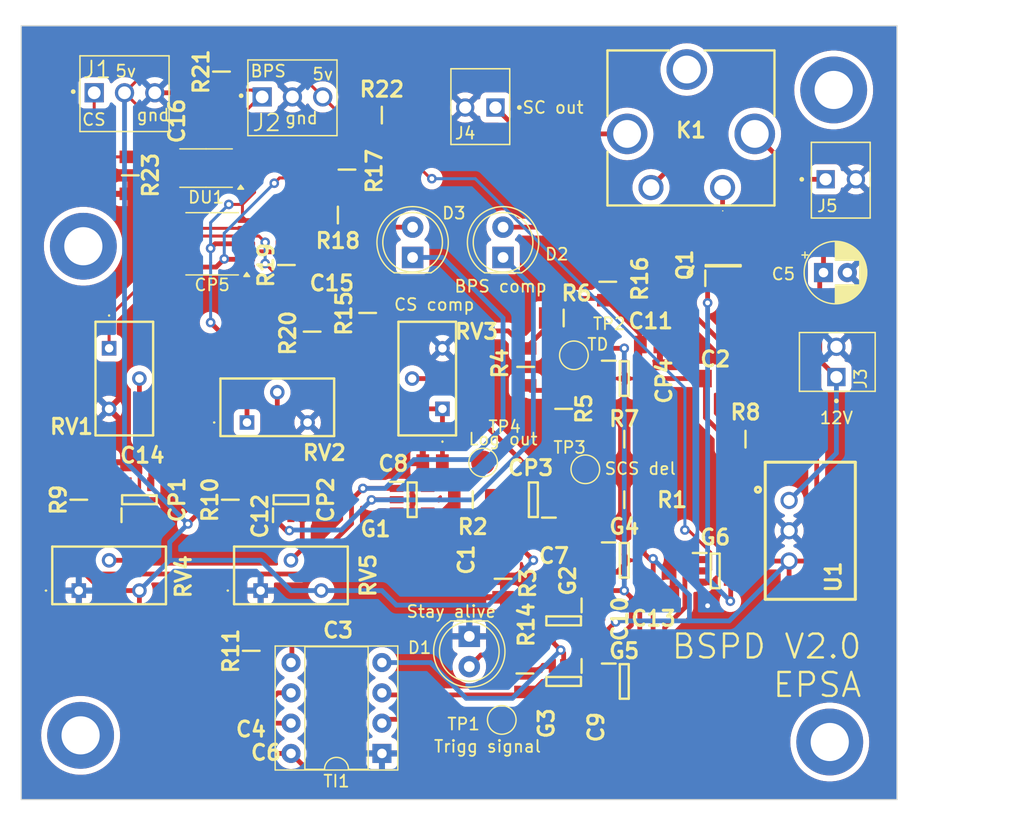
<source format=kicad_pcb>
(kicad_pcb (version 20240108) (generator "pcbnew") (generator_version "8.0")
  (layers (0 "F.Cu" signal) (31 "B.Cu" signal) (34 "B.Paste" user) (35 "F.Paste" user) (36 "B.SilkS" user "B.Silkscreen") (37 "F.SilkS" user "F.Silkscreen") (38 "B.Mask" user) (39 "F.Mask" user) (44 "Edge.Cuts" user))
  (net 0 "")
  (net 1 "Net-(CP3-IN+)")
  (net 2 "0")
  (net 3 "Net-(CP4-IN+)")
  (net 4 "Net-(TI1-CONTROL_VOLTAGE)")
  (net 5 "Net-(TI1-DISCHARGE)")
  (net 6 "Net-(CP1-IN-)")
  (net 7 "Net-(CP1-OUT)")
  (net 8 "Net-(CP1-IN+)")
  (net 9 "+5V")
  (net 10 "Net-(CP2-OUT)")
  (net 11 "Net-(CP2-IN+)")
  (net 12 "Net-(CP2-IN-)")
  (net 13 "Del")
  (net 14 "Net-(CP3-IN-)")
  (net 15 "Trigg")
  (net 16 "Net-(CP4-IN-)")
  (net 17 "Logic out")
  (net 18 "Net-(D1-A)")
  (net 19 "Trigg Signal")
  (net 20 "Net-(D2-A)")
  (net 21 "StayAlive")
  (net 22 "BSPDE")
  (net 23 "Current Sensor IN")
  (net 24 "BPS Signal")
  (net 25 "+12V")
  (net 26 "Net-(D3-A)")
  (net 27 "Net-(K1-Pad1)")
  (net 28 "Net-(G2-Y)")
  (net 29 "Net-(G4-Y)")
  (net 30 "Net-(G6-Y)")
  (net 31 "SCS Compliance")
  (net 32 "Raw Current Sensor")
  (net 33 "Raw BPS Signal")
  (net 34 "SC out")
  (net 35 "SC in")
  (net 37 "GND")
  (net 38 "/0.75V")
  (net 39 "/4.25V")
  (footprint "Package_SO:TSSOP-14_4.4x5mm_P0.65mm" (layer "F.Cu") (at 112.776 69.977 180)
    (property "Reference" "CP5")
    (property "Value" "Opamp_Quad")
  )
  (footprint "EPSA_lib:SOT95P280X145-5N" (layer "F.Cu") (at 142.24 101.6 -90)
    (property "Reference" "G2")
    (property "Value" "Gate NAND SN74AHCT1G00DBVR" (hide yes))
  )
  (footprint "EPSA_lib:CAPC2012X130N" (layer "F.Cu") (at 139.330641 94.192119)
    (property "Reference" "C7")
    (property "Value" "Condensateur 0805Y1000104JXT" (hide yes))
  )
  (footprint "EPSA_lib:SOT95P280X145-5N" (layer "F.Cu") (at 147.32 96.52)
    (property "Reference" "G4")
    (property "Value" "Gate OR SN74AHCT1G32DBVR" (hide yes))
  )
  (footprint "EPSA_lib:MOLEX_22-11-2022" (layer "F.Cu") (at 136.525 58.547 180)
    (property "Reference" "J4")
    (property "Value" "2P Droit 2-11-2022")
  )
  (footprint "" (layer "F.Cu") (at 164.5412 111.76)
    (property "Reference" "")
    (property "Value" "")
  )
  (footprint "EPSA_lib:TSR-0.5-2433" (layer "F.Cu") (at 159.136 88.2915 -90)
    (property "Reference" "U1")
    (property "Value" "Alim LP TSR_0.5-2450" (hide yes))
  )
  (footprint "EPSA_lib:3296Y1223LF" (layer "F.Cu") (at 116.84 99.06 -90)
    (property "Reference" "RV5")
    (property "Value" "Varystor 3296Y-1-223LF" (hide yes))
  )
  (footprint "EPSA_lib:RESC3216X70N" (layer "F.Cu") (at 134.62 91.44)
    (property "Reference" "R2")
    (property "Value" "Résistance RK73H2BLTDD2152F" (hide yes))
  )
  (footprint "" (layer "F.Cu") (at 101.981 70.1802)
    (property "Reference" "")
    (property "Value" "")
  )
  (footprint "EPSA_lib:SOT95P280X145-5N" (layer "F.Cu") (at 147.32 106.68)
    (property "Reference" "G5")
    (property "Value" "Gate NOR SN74AHCT1G02DBVR" (hide yes))
  )
  (footprint "EPSA_lib:RESC3216X70N" (layer "F.Cu") (at 139.052725 80.299257 -90)
    (property "Reference" "R4")
    (property "Value" "Résistance RK73H2BLTDD2152F" (hide yes))
  )
  (footprint "Package_DIP:DIP-8_W7.62mm_Socket" (layer "F.Cu") (at 127.008945 112.718181 180)
    (property "Reference" "TI1")
    (property "Value" "Timer 555 LM555CMX_NOPB")
  )
  (footprint "LED_THT:LED_D5.0mm" (layer "F.Cu") (at 134.330177 102.89618 -90)
    (property "Reference" "D1")
    (property "Value" "LED")
  )
  (footprint "EPSA_lib:RESC3216X70N" (layer "F.Cu") (at 127 59.182)
    (property "Reference" "R22")
    (property "Value" "10k" (hide yes))
  )
  (footprint "EPSA_lib:SOT95P280X145-5N" (layer "F.Cu") (at 142.24 106.68 -90)
    (property "Reference" "G3")
    (property "Value" "Gate NAND SN74AHCT1G00DBVR" (hide yes))
  )
  (footprint "EPSA_lib:SOT95P280X145-5N" (layer "F.Cu") (at 106.68 91.44 90)
    (property "Reference" "CP1")
    (property "Value" "Comparateur TS391ILT" (hide yes))
  )
  (footprint "EPSA_lib:CAPC2012X130N" (layer "F.Cu") (at 144.996793 101.858091 90)
    (property "Reference" "C10")
    (property "Value" "Condensateur 0805Y1000104JXT" (hide yes))
  )
  (footprint "EPSA_lib:CAPC2012X130N" (layer "F.Cu") (at 103.826525 89.121713 90)
    (property "Reference" "C14")
    (property "Value" "Condensateur 0805Y1000104JXT" (hide yes))
  )
  (footprint "EPSA_lib:RESC3216X70N" (layer "F.Cu") (at 147.32 86.36)
    (property "Reference" "R7")
    (property "Value" "Résistance RK73H2BLTDD2152F" (hide yes))
  )
  (footprint "EPSA_lib:CAPC2012X130N" (layer "F.Cu") (at 150.565317 99.377893)
    (property "Reference" "C13")
    (property "Value" "Condensateur 0805Y1000104JXT" (hide yes))
  )
  (footprint "EPSA_lib:SOT95P280X145-5N" (layer "F.Cu") (at 154.94 97.409)
    (property "Reference" "G6")
    (property "Value" "Gate AND SN74AHCT1G08DBVR" (hide yes))
  )
  (footprint "TestPoint:TestPoint_Pad_D2.0mm" (layer "F.Cu") (at 144.055444 88.887924)
    (property "Reference" "TP3")
    (property "Value" "type=\"R\" model=\"TestPoint\" lib=\"\"")
  )
  (footprint "EPSA_lib:RESC3216X70N" (layer "F.Cu") (at 118.999 71.755 90)
    (property "Reference" "R19")
    (property "Value" "12k" (hide yes))
  )
  (footprint "EPSA_lib:CP112V" (layer "F.Cu") (at 155.5585 65.2605 180)
    (property "Reference" "K1")
    (property "Value" "Relais PCB" (hide yes))
  )
  (footprint "EPSA_lib:RESC3216X70N" (layer "F.Cu") (at 125.811056 75.776009 -90)
    (property "Reference" "R15")
    (property "Value" "Résistance RK73H2BLTDD2152F" (hide yes))
  )
  (footprint "EPSA_lib:3296Y1223LF" (layer "F.Cu") (at 104.14 78.74 180)
    (property "Reference" "RV1")
    (property "Value" "Varystor 3296Y-1-223LF" (hide yes))
  )
  (footprint "EPSA_lib:3296Y1223LF" (layer "F.Cu") (at 101.6 99.06 -90)
    (property "Reference" "RV4")
    (property "Value" "Varystor 3296Y-1-223LF" (hide yes))
  )
  (footprint "EPSA_lib:RESC3216X70N" (layer "F.Cu") (at 157.48 86.36 180)
    (property "Reference" "R8")
    (property "Value" "Résistance RK73H2BLTDD2152F" (hide yes))
  )
  (footprint "EPSA_lib:CAPC2012X130N" (layer "F.Cu") (at 149.48666 78.426525)
    (property "Reference" "C11")
    (property "Value" "Condensateur 0805Y1000104JXT" (hide yes))
  )
  (footprint "EPSA_lib:RESC3216X70N" (layer "F.Cu") (at 147.32 91.44)
    (property "Reference" "R1")
    (property "Value" "Résistance RK73H2BLTDD2152F" (hide yes))
  )
  (footprint "EPSA_lib:CAPC2012X130N" (layer "F.Cu") (at 154.94 81.28)
    (property "Reference" "C2")
    (property "Value" "Condensateur 0805Y1000104JXT" (hide yes))
  )
  (footprint "EPSA_lib:CAPC2012X130N" (layer "F.Cu") (at 111.448 59.69 90)
    (property "Reference" "C16")
    (property "Value" "Condensateur 0805Y1000104JXT" (hide yes))
  )
  (footprint "EPSA_lib:3296Y1223LF" (layer "F.Cu") (at 115.697 84.963 -90)
    (property "Reference" "RV2")
    (property "Value" "Varystor 3296Y-1-223LF" (hide yes))
  )
  (footprint "EPSA_lib:RESC3216X70N" (layer "F.Cu") (at 116.054103 104.111595 90)
    (property "Reference" "R11")
    (property "Value" "Résistance RK73H2BLTDD2152F" (hide yes))
  )
  (footprint "LED_THT:LED_D5.0mm" (layer "F.Cu") (at 137.16 71.12 90)
    (property "Reference" "D2")
    (property "Value" "LED")
  )
  (footprint "EPSA_lib:MOLEX_22-11-2022" (layer "F.Cu") (at 165.1 81.153 90)
    (property "Reference" "J3")
    (property "Value" "2P Droit 2-11-2022")
  )
  (footprint "LED_THT:LED_D5.0mm" (layer "F.Cu") (at 129.579341 71.12 90)
    (property "Reference" "D3")
    (property "Value" "LED")
  )
  (footprint "EPSA_lib:RESC3216X70N" (layer "F.Cu") (at 138.991482 106.011767 -90)
    (property "Reference" "R14")
    (property "Value" "Résistance RK73H2BLTDD2152F" (hide yes))
  )
  (footprint "EPSA_lib:RESC3216X70N" (layer "F.Cu") (at 113.56 55.534001 90)
    (property "Reference" "R21")
    (property "Value" "500k" (hide yes))
  )
  (footprint "EPSA_lib:CAPC2012X130N" (layer "F.Cu") (at 113.9444 112.6998 180)
    (property "Reference" "C6")
    (property "Value" "Condensateur 0805Y1000104JXT" (hide yes))
  )
  (footprint "TestPoint:TestPoint_Pad_D2.0mm" (layer "F.Cu") (at 137.051316 109.908327)
    (property "Reference" "TP1")
    (property "Value" "TestPoint")
  )
  (footprint "EPSA_lib:RESC3216X70N" (layer "F.Cu") (at 137.16 98.07 90)
    (property "Reference" "R3")
    (property "Value" "Résistance RK73H2BLTDD2152F" (hide yes))
  )
  (footprint "EPSA_lib:RESC3216X70N" (layer "F.Cu") (at 142.24 76.2 180)
    (property "Reference" "R6")
    (property "Value" "Résistance RK73H2BLTDD2152F" (hide yes))
  )
  (footprint "Capacitor_THT:CP_Radial_D5.0mm_P2.00mm" (layer "F.Cu") (at 164.017888 72.39)
    (property "Reference" "C5")
    (property "Value" "C")
  )
  (footprint "EPSA_lib:CAPC2012X130N" (layer "F.Cu") (at 116.657137 89.154906 90)
    (property "Reference" "C12")
    (property "Value" "Condensateur 0805Y1000104JXT" (hide yes))
  )
  (footprint "EPSA_lib:SOT95P237X112-3N" (layer "F.Cu") (at 155.609 71.816 90)
    (property "Reference" "Q1")
    (property "Value" "NMOS SQ2348ES-T1_GE3" (hide yes))
  )
  (footprint "EPSA_lib:RESC3216X70N" (layer "F.Cu") (at 121.158 77.343 90)
    (property "Reference" "R20")
    (property "Value" "82k" (hide yes))
  )
  (footprint "EPSA_lib:SOT95P280X145-5N" (layer "F.Cu") (at 139.7 91.44 180)
    (property "Reference" "CP3")
    (property "Value" "Comparateur TS391ILT" (hide yes))
  )
  (footprint "EPSA_lib:RESC3216X70N" (layer "F.Cu") (at 145.937287 73.159219 90)
    (property "Reference" "R16")
    (property "Value" "Résistance RK73H2BLTDD2152F" (hide yes))
  )
  (footprint "EPSA_lib:CAPC2012X130N" (layer "F.Cu") (at 131.25078 88.369796 180)
    (property "Reference" "C8")
    (property "Value" "Condensateur 0805Y1000104JXT" (hide yes))
  )
  (footprint "EPSA_lib:RESC3216X70N" (layer "F.Cu") (at 123.317 67.564 180)
    (property "Reference" "R18")
    (property "Value" "12k" (hide yes))
  )
  (footprint "EPSA_lib:RESC3216X70N" (layer "F.Cu") (at 105.918 64.2366 -90)
    (property "Reference" "R23")
    (property "Value" "500k" (hide yes))
  )
  (footprint "EPSA_lib:MOLEX_22-11-2032" (layer "F.Cu") (at 116.967 57.658)
    (property "Reference" "J2")
    (property "Value" "3P Droit 22-11-2032")
  )
  (footprint "EPSA_lib:3296Y1223LF" (layer "F.Cu") (at 132.08 83.82)
    (property "Reference" "RV3")
    (property "Value" "Varystor 3296Y-1-223LF" (hide yes))
  )
  (footprint "EPSA_lib:CAPC2012X130N" (layer "F.Cu") (at 123.571 71.374)
    (property "Reference" "C15")
    (property "Value" "Condensateur 0805Y1000104JXT" (hide yes))
  )
  (footprint "EPSA_lib:CAPC2012X130N" (layer "F.Cu") (at 116.041316 109.064947 180)
    (property "Reference" "C4")
    (property "Value" "Condensateur 0805Y1000104JXT" (hide yes))
  )
  (footprint "EPSA_lib:MOLEX_22-11-2022" (layer "F.Cu") (at 164.195 64.568)
    (property "Reference" "J5")
    (property "Value" "2P Droit 2-11-2022")
  )
  (footprint "Package_SO:TSSOP-8_4.4x3mm_P0.65mm" (layer "F.Cu") (at 112.268 63.627 180)
    (property "Reference" "DU1")
    (property "Value" "Opamp_Dual")
  )
  (footprint "EPSA_lib:RESC3216X70N" (layer "F.Cu") (at 124.079 63.754 90)
    (property "Reference" "R17")
    (property "Value" "82k" (hide yes))
  )
  (footprint "EPSA_lib:SOT95P280X145-5N" (layer "F.Cu") (at 147.32 81.28)
    (property "Reference" "CP4")
    (property "Value" "Comparateur TS391ILT" (hide yes))
  )
  (footprint "EPSA_lib:RESC3216X70N" (layer "F.Cu") (at 114.3 91.44 90)
    (property "Reference" "R10")
    (property "Value" "Résistance RK73H2BLTDD2152F" (hide yes))
  )
  (footprint "EPSA_lib:CAPC2012X130N" (layer "F.Cu") (at 132.08 96.52 -90)
    (property "Reference" "C1")
    (property "Value" "Condensateur 0805Y1000104JXT" (hide yes))
  )
  (footprint "EPSA_lib:RESC3216X70N" (layer "F.Cu") (at 101.6 91.44 90)
    (property "Reference" "R9")
    (property "Value" "Résistance RK73H2BLTDD2152F" (hide yes))
  )
  (footprint "" (layer "F.Cu") (at 101.7524 111.2012)
    (property "Reference" "")
    (property "Value" "")
  )
  (footprint "EPSA_lib:SOT95P280X145-5N" (layer "F.Cu") (at 129.54 91.44)
    (property "Reference" "G1")
    (property "Value" "Gate AND SN74AHCT1G08DBVR" (hide yes))
  )
  (footprint "" (layer "F.Cu") (at 164.8714 57.0738)
    (property "Reference" "")
    (property "Value" "")
  )
  (footprint "EPSA_lib:MOLEX_22-11-2032" (layer "F.Cu") (at 102.892 57.312001)
    (property "Reference" "J1")
    (property "Value" "3P Droit 22-11-2032")
  )
  (footprint "TestPoint:TestPoint_Pad_D2.0mm" (layer "F.Cu") (at 135.489466 88.320355)
    (property "Reference" "TP4")
    (property "Value" "TestPoint")
  )
  (footprint "EPSA_lib:SOT95P280X145-5N" (layer "F.Cu") (at 119.38 91.44 90)
    (property "Reference" "CP2")
    (property "Value" "Comparateur TS391ILT" (hide yes))
  )
  (footprint "TestPoint:TestPoint_Pad_D2.0mm" (layer "F.Cu") (at 143.095409 79.329644)
    (property "Reference" "TP2")
    (property "Value" "type=\"R\" model=\"TestPoint\" lib=\"\"")
  )
  (footprint "EPSA_lib:CAPC2012X130N" (layer "F.Cu") (at 143.081373 110.555008 -90)
    (property "Reference" "C9")
    (property "Value" "Condensateur 0805Y1000104JXT" (hide yes))
  )
  (footprint "EPSA_lib:CAPC2012X130N" (layer "F.Cu") (at 120.281379 102.505323 180)
    (property "Reference" "C3")
    (property "Value" "Condensateur 0805Y1000104JXT" (hide yes))
  )
  (footprint "EPSA_lib:RESC3216X70N" (layer "F.Cu") (at 142.24 83.82 -90)
    (property "Reference" "R5")
    (property "Value" "Résistance RK73H2BLTDD2152F" (hide yes))
  )
  (gr_rect (start 96.774 51.689) (end 170.18 116.586) (stroke (width 0.1)) (fill none) (layer "Edge.Cuts"))
  (gr_text "5v" (at 122.047 55.753 0) (layer "F.SilkS") (effects (font (size 1 1))))
  (gr_text "SC out" (at 141.351 58.547 0) (layer "F.SilkS") (effects (font (size 1 1))))
  (gr_text "CS comp" (at 131.391148 75.074794 0) (layer "F.SilkS") (effects (font (size 1 1))))
  (gr_text "Stay alive" (at 132.815063 100.819807 0) (layer "F.SilkS") (effects (font (size 1 1))))
  (gr_text "5v" (at 105.537 55.499 0) (layer "F.SilkS") (effects (font (size 1 1))))
  (gr_text "CS" (at 102.87 59.563 0) (layer "F.SilkS") (effects (font (size 1 1))))
  (gr_text "BPS" (at 117.475 55.499 0) (layer "F.SilkS") (effects (font (size 1 1))))
  (gr_text "TD" (at 145.106819 78.412898 0) (layer "F.SilkS") (effects (font (size 1 1))))
  (gr_text "Trigg signal" (at 135.856715 112.128797 0) (layer "F.SilkS") (effects (font (size 1 1))))
  (gr_text "BPS comp" (at 136.951948 73.541905 0) (layer "F.SilkS") (effects (font (size 1 1))))
  (gr_text "SCS del" (at 148.658396 88.831744 0) (layer "F.SilkS") (effects (font (size 1 1))))
  (gr_text "BSPD V2.0\nEPSA" (at 167.3352 105.3592 0) (layer "F.SilkS") (effects (font (size 2 2) (thickness 0.2)) (justify right)))
  (gr_text "gnd" (at 107.823 59.182 0) (layer "F.SilkS") (effects (font (size 1 1))))
  (gr_text "gnd" (at 120.269 59.436 0) (layer "F.SilkS") (effects (font (size 1 1))))
  (gr_text "Log out" (at 137.16 86.36 0) (layer "F.SilkS") (effects (font (size 1 1))))
  (gr_text "12V" (at 165.1 84.582 0) (layer "F.SilkS") (effects (font (size 1 1))))
  (segment (start 137.16 93.98) (end 137.16 96.52) (width 0.4) (layer "F.Cu") (net 1))
  (segment (start 137.45 91.44) (end 138.4 90.49) (width 0.4) (layer "F.Cu") (net 1))
  (segment (start 136.17 91.44) (end 136.17 92.99) (width 0.4) (layer "F.Cu") (net 1))
  (segment (start 136.17 92.99) (end 137.16 93.98) (width 0.4) (layer "F.Cu") (net 1))
  (segment (start 136.17 91.44) (end 137.45 91.44) (width 0.4) (layer "F.Cu") (net 1))
  (segment (start 136.17 91.44) (end 132.08 95.53) (width 0.4) (layer "F.Cu") (net 1))
  (segment (start 151.385317 95.632317) (end 151.384 95.631) (width 0.4) (layer "F.Cu") (net 2))
  (segment (start 120.082 91.313) (end 122.301 91.313) (width 0.4) (layer "F.Cu") (net 2))
  (segment (start 153.64 98.359) (end 153.64 99.665) (width 0.4) (layer "F.Cu") (net 2))
  (segment (start 144.434884 101.6) (end 139.7 101.6) (width 0.4) (layer "F.Cu") (net 2))
  (segment (start 108.951 70.627) (end 108.458 71.12) (width 0.25) (layer "F.Cu") (net 2))
  (segment (start 107.972 57.312001) (end 109.692999 57.312001) (width 0.4) (layer "F.Cu") (net 2))
  (segment (start 109.692999 57.312001) (end 109.728 57.277) (width 0.4) (layer "F.Cu") (net 2))
  (segment (start 109.9135 70.627) (end 108.951 70.627) (width 0.25) (layer "F.Cu") (net 2))
  (segment (start 146.745 97.47) (end 147.32 96.895) (width 0.4) (layer "F.Cu") (net 2))
  (segment (start 137.033 107.061) (end 130.81 107.061) (width 0.4) (layer "F.Cu") (net 2))
  (segment (start 130.81 107.061) (end 130.048 106.299) (width 0.4) (layer "F.Cu") (net 2))
  (segment (start 139.925 106.045) (end 138.049 106.045) (width 0.4) (layer "F.Cu") (net 2))
  (segment (start 119.38 92.015) (end 120.082 91.313) (width 0.4) (layer "F.Cu") (net 2))
  (segment (start 144.996793 101.038091) (end 144.434884 101.6) (width 0.4) (layer "F.Cu") (net 2))
  (segment (start 141.29 105.38) (end 140.59 105.38) (width 0.4) (layer "F.Cu") (net 2))
  (segment (start 153.64 99.665) (end 154.305 100.33) (width 0.4) (layer "F.Cu") (net 2))
  (segment (start 108.458 71.12) (end 108.458 73.152) (width 0.25) (layer "F.Cu") (net 2))
  (segment (start 119.38 92.74) (end 119.38 92.015) (width 0.4) (layer "F.Cu") (net 2))
  (segment (start 151.385317 99.377893) (end 151.385317 95.632317) (width 0.4) (layer "F.Cu") (net 2))
  (segment (start 146.02 97.47) (end 146.745 97.47) (width 0.4) (layer "F.Cu") (net 2))
  (segment (start 147.32 96.895) (end 147.32 89.027) (width 0.4) (layer "F.Cu") (net 2))
  (segment (start 140.59 105.38) (end 139.925 106.045) (width 0.4) (layer "F.Cu") (net 2))
  (segment (start 138.049 106.045) (end 137.033 107.061) (width 0.4) (layer "F.Cu") (net 2))
  (via (at 154.305 100.33) (size 0.8) (drill 0.4) (layers "F.Cu" "B.Cu") (net 2))
  (segment (start 154.12 81.28) (end 154.12 84.55) (width 0.4) (layer "F.Cu") (net 3))
  (segment (start 154.12 81.28) (end 149.57 81.28) (width 0.4) (layer "F.Cu") (net 3))
  (segment (start 149.57 81.28) (end 148.62 82.23) (width 0.4) (layer "F.Cu") (net 3))
  (segment (start 148.87 86.36) (end 148.87 82.48) (width 0.4) (layer "F.Cu") (net 3))
  (segment (start 148.87 82.48) (end 148.62 82.23) (width 0.4) (layer "F.Cu") (net 3))
  (segment (start 154.12 84.55) (end 155.93 86.36) (width 0.4) (layer "F.Cu") (net 3))
  (segment (start 119.461379 102.505323) (end 119.461379 105.025747) (width 0.4) (layer "F.Cu") (net 4))
  (segment (start 119.461379 105.025747) (end 119.388945 105.098181) (width 0.4) (layer "F.Cu") (net 4))
  (segment (start 119.388945 107.638181) (end 118.288082 107.638181) (width 0.4) (layer "F.Cu") (net 5))
  (segment (start 116.861316 109.064947) (end 116.861316 106.468808) (width 0.4) (layer "F.Cu") (net 5))
  (segment (start 116.861316 106.468808) (end 116.054103 105.661595) (width 0.4) (layer "F.Cu") (net 5))
  (segment (start 118.288082 107.638181) (end 116.861316 109.064947) (width 0.4) (layer "F.Cu") (net 5))
  (segment (start 119.388945 110.178181) (end 117.97455 110.178181) (width 0.4) (layer "F.Cu") (net 5))
  (segment (start 117.97455 110.178181) (end 116.861316 109.064947) (width 0.4) (layer "F.Cu") (net 5))
  (segment (start 107.63 94.372683) (end 107.63 92.74) (width 0.4) (layer "F.Cu") (net 6))
  (segment (start 105.482683 96.52) (end 107.63 94.372683) (width 0.4) (layer "F.Cu") (net 6))
  (segment (start 104.14 96.52) (end 105.482683 96.52) (width 0.4) (layer "F.Cu") (net 6))
  (segment (start 103.15 92.99) (end 105.48 92.99) (width 0.4) (layer "F.Cu") (net 7))
  (segment (start 101.6 92.99) (end 103.15 92.99) (width 0.4) (layer "F.Cu") (net 7))
  (segment (start 124.46 93.445) (end 124.46 91.44) (width 0.4) (layer "F.Cu") (net 7))
  (segment (start 103.15 92.99) (end 103.15 94.179002) (width 0.4) (layer "F.Cu") (net 7))
  (segment (start 102.449431 96.723694) (end 103.393981 97.668244) (width 0.4) (layer "F.Cu") (net 7))
  (segment (start 120.236756 97.668244) (end 124.46 93.445) (width 0.4) (layer "F.Cu") (net 7))
  (segment (start 103.15 94.179002) (end 102.449431 94.879571) (width 0.4) (layer "F.Cu") (net 7))
  (segment (start 102.449431 94.879571) (end 102.449431 96.723694) (width 0.4) (layer "F.Cu") (net 7))
  (segment (start 125.41 90.49) (end 128.24 90.49) (width 0.4) (layer "F.Cu") (net 7))
  (segment (start 124.46 91.44) (end 125.41 90.49) (width 0.4) (layer "F.Cu") (net 7))
  (segment (start 103.393981 97.668244) (end 120.236756 97.668244) (width 0.4) (layer "F.Cu") (net 7))
  (segment (start 105.48 92.99) (end 105.73 92.74) (width 0.4) (layer "F.Cu") (net 7))
  (via (at 125.41 90.49) (size 0.8) (drill 0.4) (layers "F.Cu" "B.Cu") (net 7))
  (segment (start 137.16 85.342508) (end 137.16 76.2) (width 0.4) (layer "B.Cu") (net 7))
  (segment (start 132.08 71.12) (end 129.579341 71.12) (width 0.4) (layer "B.Cu") (net 7))
  (segment (start 137.16 76.2) (end 132.08 71.12) (width 0.4) (layer "B.Cu") (net 7))
  (segment (start 127.277 90.49) (end 129.695239 88.071761) (width 0.4) (layer "B.Cu") (net 7))
  (segment (start 125.41 90.49) (end 127.277 90.49) (width 0.4) (layer "B.Cu") (net 7))
  (segment (start 129.695239 88.071761) (end 134.430747 88.071761) (width 0.4) (layer "B.Cu") (net 7))
  (segment (start 134.430747 88.071761) (end 137.16 85.342508) (width 0.4) (layer "B.Cu") (net 7))
  (segment (start 106.68 81.28) (end 106.68 86.36) (width 0.4) (layer "F.Cu") (net 8))
  (segment (start 106.68 86.36) (end 107.63 87.31) (width 0.4) (layer "F.Cu") (net 8))
  (segment (start 107.63 87.31) (end 107.63 90.14) (width 0.4) (layer "F.Cu") (net 8))
  (segment (start 147.32 76.2) (end 153.416 76.2) (width 0.4) (layer "F.Cu") (net 9))
  (segment (start 115.831019 112.718181) (end 119.388945 112.718181) (width 0.4) (layer "F.Cu") (net 9))
  (segment (start 125.793257 80.073257) (end 125.793257 77.343808) (width 0.4) (layer "F.Cu") (net 9))
  (segment (start 116.84 102.59) (end 108.889831 102.59) (width 0.4) (layer "F.Cu") (net 9))
  (segment (start 118.843047 70.358) (end 118.808048 70.323001) (width 0.25) (layer "F.Cu") (net 9))
  (segment (start 118.554 70.65) (end 115.6615 70.65) (width 0.4) (layer "F.Cu") (net 9))
  (segment (start 146.5955 101.692134) (end 145.387634 102.9) (width 0.4) (layer "F.Cu") (net 9))
  (segment (start 110.744 93.446) (end 110.744 93.472) (width 0.4) (layer "F.Cu") (net 9))
  (segment (start 140.69 76.2) (end 142.355167 74.534833) (width 0.4) (layer "F.Cu") (net 9))
  (segment (start 114.384906 89.974906) (end 118.264906 89.974906) (width 0.4) (layer "F.Cu") (net 9))
  (segment (start 101.6 89.89) (end 100.05 91.44) (width 0.4) (layer "F.Cu") (net 9))
  (segment (start 125.45 59.182) (end 123.571 59.182) (width 0.25) (layer "F.Cu") (net 9))
  (segment (start 100.05 91.44) (end 100.05 95.583663) (width 0.4) (layer "F.Cu") (net 9))
  (segment (start 139.052725 78.749257) (end 140.69 77.111982) (width 0.4) (layer "F.Cu") (net 9))
  (segment (start 140.38352 109.735008) (end 143.081373 109.735008) (width 0.4) (layer "F.Cu") (net 9))
  (segment (start 110.49 62.358189) (end 110.49 64.262) (width 0.25) (layer "F.Cu") (net 9))
  (segment (start 114.7644 112.2244) (end 114.7644 112.6998) (width 0.4) (layer "F.Cu") (net 9))
  (segment (start 132.08 83.82) (end 132.08 89.25) (width 0.4) (layer "F.Cu") (net 9))
  (segment (start 142.563397 74.534833) (end 142.584865 74.556301) (width 0.4) (layer "F.Cu") (net 9))
  (segment (start 118.999 70.205) (end 118.554 70.65) (width 0.4) (layer "F.Cu") (net 9))
  (segment (start 122.751 74.265953) (end 122.751 71.374) (width 0.4) (layer "F.Cu") (net 9))
  (segment (start 114.7644 112.6998) (end 115.812638 112.6998) (width 0.4) (layer "F.Cu") (net 9))
  (segment (start 149.733 96.393) (end 149.443 96.393) (width 0.4) (layer "F.Cu") (net 9))
  (segment (start 105.432 57.312001) (end 107.118001 55.626) (width 0.25) (layer "F.Cu") (net 9))
  (segment (start 125.793257 77.343808) (end 125.811056 77.326009) (width 0.4) (layer "F.Cu") (net 9))
  (segment (start 111.448 61.400189) (end 110.49 62.358189) (width 0.25) (layer "F.Cu") (net 9))
  (segment (start 125.811056 77.326009) (end 122.751 74.265953) (width 0.4) (layer "F.Cu") (net 9))
  (segment (start 148.62 77.5) (end 148.62 80.33) (width 0.4) (layer "F.Cu") (net 9))
  (segment (start 105.918 57.798001) (end 105.432 57.312001) (width 0.25) (layer "F.Cu") (net 9))
  (segment (start 137.586307 77.282839) (end 139.052725 78.749257) (width 0.4) (layer "F.Cu") (net 9))
  (segment (start 115.812638 112.6998) (end 115.831019 112.718181) (width 0.4) (layer "F.Cu") (net 9))
  (segment (start 156.3625 96.5815) (end 156.24 96.459) (width 0.4) (layer "F.Cu") (net 9))
  (segment (start 107.118001 55.626) (end 120.015 55.626) (width 0.25) (layer "F.Cu") (net 9))
  (segment (start 105.48 89.89) (end 105.73 90.14) (width 0.4) (layer "F.Cu") (net 9))
  (segment (start 120.015 55.626) (end 122.047 57.658) (width 0.25) (layer "F.Cu") (net 9))
  (segment (start 111.448 60.51) (end 111.448 61.400189) (width 0.25) (layer "F.Cu") (net 9))
  (segment (start 138.4 95.22) (end 138.4 92.39) (width 0.4) (layer "F.Cu") (net 9))
  (segment (start 149.733 96.393) (end 149.745317 96.405317) (width 0.4) (layer "F.Cu") (net 9))
  (segment (start 106.68 100.380169) (end 108.889831 102.59) (width 0.4) (layer "F.Cu") (net 9))
  (segment (start 114.3 89.89) (end 110.744 93.446) (width 0.4) (layer "F.Cu") (net 9))
  (segment (start 108.889831 102.59) (end 108.889831 106.349831) (width 0.4) (layer "F.Cu") (net 9))
  (segment (start 162.4985 96.5815) (end 161.136 96.5815) (width 0.4) (layer "F.Cu") (net 9))
  (segment (start 124.079 59.69) (end 122.047 57.658) (width 0.25) (layer "F.Cu") (net 9))
  (segment (start 110.164999 64.587001) (end 109.4275 64.587001) (width 0.25) (layer "F.Cu") (net 9))
  (segment (start 115.6615 70.65) (end 115.6385 70.627) (width 0.4) (layer "F.Cu") (net 9))
  (segment (start 148.62 95.57) (end 148.62 91.69) (width 0.4) (layer "F.Cu") (net 9))
  (segment (start 161.136 96.5815) (end 156.3625 96.5815) (width 0.4) (layer "F.Cu") (net 9))
  (segment (start 142.355167 74.534833) (end 142.563397 74.534833) (width 0.4) (layer "F.Cu") (net 9))
  (segment (start 143.19 107.98) (end 143.19 109.626381) (width 0.4) (layer "F.Cu") (net 9))
  (segment (start 103.526337 99.06) (end 106.68 99.06) (width 0.4) (layer "F.Cu") (net 9))
  (segment (start 122.751 71.374) (end 120.168 71.374) (width 0.4) (layer "F.Cu") (net 9))
  (segment (start 161.136 96.5815) (end 161.136 99.214) (width 0.4) (layer "F.Cu") (net 9))
  (segment (start 132.08 89.25) (end 130.84 90.49) (width 0.4) (layer "F.Cu") (net 9))
  (segment (start 120.168 71.374) (end 118.999 70.205) (width 0.4) (layer "F.Cu") (net 9))
  (segment (start 140.69 77.111982) (end 140.69 76.2) (width 0.4) (layer "F.Cu") (net 9))
  (segment (start 123.571 59.182) (end 122.047 57.658) (width 0.25) (layer "F.Cu") (net 9))
  (segment (start 125.811056 77.326009) (end 125.854226 77.282839) (width 0.4) (layer "F.Cu") (net 9))
  (segment (start 153.416 76.2) (end 163.449 86.233) (width 0.4) (layer "F.Cu") (net 9))
  (segment (start 150.614992 109.735008) (end 143.081373 109.735008) (width 0.4) (layer "F.Cu") (net 9))
  (segment (start 129.54 83.82) (end 125.793257 80.073257) (width 0.4) (layer "F.Cu") (net 9))
  (segment (start 139.7 96.52) (end 138.4 95.22) (width 0.4) (layer "F.Cu") (net 9))
  (segment (start 105.443812 57.312001) (end 110.49 62.358189) (width 0.25) (layer "F.Cu") (net 9))
  (segment (start 132.08 83.82) (end 129.54 83.82) (width 0.4) (layer "F.Cu") (net 9))
  (segment (start 145.387634 102.9) (end 143.19 102.9) (width 0.4) (layer "F.Cu") (net 9))
  (segment (start 119.388945 112.718181) (end 120.894564 114.2238) (width 0.4) (layer "F.Cu") (net 9))
  (segment (start 135.894728 114.2238) (end 140.38352 109.735008) (width 0.4) (layer "F.Cu") (net 9))
  (segment (start 124.079 62.204) (end 124.079 59.69) (width 0.25) (layer "F.Cu") (net 9))
  (segment (start 163.449 86.233) (end 163.449 95.631) (width 0.4) (layer "F.Cu") (net 9))
  (segment (start 125.854226 77.282839) (end 137.586307 77.282839) (width 0.4) (layer "F.Cu") (net 9))
  (segment (start 120.894564 114.2238) (end 135.894728 114.2238) (width 0.4) (layer "F.Cu") (net 9))
  (segment (start 145.676301 74.556301) (end 147.32 76.2) (width 0.4) (layer "F.Cu") (net 9))
  (segment (start 148.62 105.73) (end 149.735532 104.614468) (width 0.4) (layer "F.Cu") (net 9))
  (segment (start 149.443 96.393) (end 148.62 95.57) (width 0.4) (layer "F.Cu") (net 9))
  (segment (start 147.32 76.2) (end 148.62 77.5) (width 0.4) (layer "F.Cu") (net 9))
  (segment (start 114.3 89.89) (end 114.384906 89.974906) (width 0.4) (layer "F.Cu") (net 9))
  (segment (start 118.264906 89.974906) (end 118.43 90.14) (width 0.4) (layer "F.Cu") (net 9))
  (segment (start 108.889831 106.349831) (end 114.7644 112.2244) (width 0.4) (layer "F.Cu") (net 9))
  (segment (start 110.49 64.262) (end 110.164999 64.587001) (width 0.25) (layer "F.Cu") (net 9))
  (segment (start 100.05 95.583663) (end 103.526337 99.06) (width 0.4) (layer "F.Cu") (net 9))
  (segment (start 101.6 89.89) (end 105.48 89.89) (width 0.4) (layer "F.Cu") (net 9))
  (segment (start 106.68 99.06) (end 106.68 100.380169) (width 0.4) (layer "F.Cu") (net 9))
  (segment (start 142.584865 74.556301) (end 145.676301 74.556301) (width 0.4) (layer "F.Cu") (net 9))
  (segment (start 163.449 95.631) (end 162.4985 96.5815) (width 0.4) (layer "F.Cu") (net 9))
  (segment (start 161.136 99.214) (end 150.614992 109.735008) (width 0.4) (layer "F.Cu") (net 9))
  (segment (start 118.23161 89.94161) (end 118.43 90.14) (width 0.4) (layer "F.Cu") (net 9))
  (segment (start 149.735532 104.614468) (end 149.735532 99.387678) (width 0.4) (layer "F.Cu") (net 9))
  (segment (start 149.745317 96.405317) (end 149.745317 99.377893) (width 0.4) (layer "F.Cu") (net 9))
  (segment (start 105.432 57.312001) (end 105.443812 57.312001) (width 0.25) (layer "F.Cu") (net 9))
  (via (at 146.5955 101.692134) (size 0.8) (drill 0.4) (layers "F.Cu" "B.Cu") (net 9))
  (via (at 139.7 96.52) (size 0.8) (drill 0.4) (layers "F.Cu" "B.Cu") (net 9))
  (via (at 149.733 96.393) (size 0.8) (drill 0.4) (layers "F.Cu" "B.Cu") (net 9))
  (via (at 110.744 93.472) (size 0.8) (drill 0.4) (layers "F.Cu" "B.Cu") (net 9))
  (segment (start 127 99.06) (end 121.92 99.06) (width 0.4) (layer "B.Cu") (net 9))
  (segment (start 116.84 96.52) (end 109.22 96.52) (width 0.4) (layer "B.Cu") (net 9))
  (segment (start 110.744 93.472) (end 109.22 94.996) (width 0.4) (layer "B.Cu") (net 9))
  (segment (start 152.781 101.6) (end 156.1175 101.6) (width 0.4) (layer "B.Cu") (net 9))
  (segment (start 139.7 96.52) (end 135.942314 100.277686) (width 0.4) (layer "B.Cu") (net 9))
  (segment (start 149.733 96.393) (end 152.781 99.441) (width 0.4) (layer "B.Cu") (net 9))
  (segment (start 128.217686 100.277686) (end 127 99.06) (width 0.4) (layer "B.Cu") (net 9))
  (segment (start 128.217686 100.277686) (end 135.942314 100.277686) (width 0.4) (layer "B.Cu") (net 9))
  (segment (start 109.22 94.996) (end 109.22 96.52) (width 0.4) (layer "B.Cu") (net 9))
  (segment (start 156.1175 101.6) (end 161.136 96.5815) (width 0.4) (layer "B.Cu") (net 9))
  (segment (start 110.744 93.472) (end 105.432 88.16) (width 0.4) (layer "B.Cu") (net 9))
  (segment (start 106.68 99.06) (end 109.22 96.52) (width 0.4) (layer "B.Cu") (net 9))
  (segment (start 105.432 88.16) (end 105.432 57.312001) (width 0.4) (layer "B.Cu") (net 9))
  (segment (start 119.38 99.06) (end 116.84 96.52) (width 0.4) (layer "B.Cu") (net 9))
  (segment (start 146.5955 101.692134) (end 146.687634 101.6) (width 0.4) (layer "B.Cu") (net 9))
  (segment (start 146.687634 101.6) (end 152.781 101.6) (width 0.4) (layer "B.Cu") (net 9))
  (segment (start 121.92 99.06) (end 119.38 99.06) (width 0.4) (layer "B.Cu") (net 9))
  (segment (start 152.781 99.441) (end 152.781 101.6) (width 0.4) (layer "B.Cu") (net 9))
  (segment (start 114.3 92.99) (end 118.18 92.99) (width 0.4) (layer "F.Cu") (net 10))
  (segment (start 128.24 91.44) (end 126.147071 91.44) (width 0.4) (layer "F.Cu") (net 10))
  (segment (start 119.251221 94.028303) (end 118.993303 94.028303) (width 0.4) (layer "F.Cu") (net 10))
  (segment (start 118.43 93.465) (end 118.43 92.74) (width 0.4) (layer "F.Cu") (net 10))
  (segment (start 126.147071 91.44) (end 126.133745 91.453326) (width 0.4) (layer "F.Cu") (net 10))
  (segment (start 118.993303 94.028303) (end 118.43 93.465) (width 0.4) (layer "F.Cu") (net 10))
  (segment (start 118.18 92.99) (end 118.43 92.74) (width 0.4) (layer "F.Cu") (net 10))
  (via (at 119.251221 94.028303) (size 0.8) (drill 0.4) (layers "F.Cu" "B.Cu") (net 10))
  (via (at 126.133745 91.453326) (size 0.8) (drill 0.4) (layers "F.Cu" "B.Cu") (net 10))
  (segment (start 139.7 86.36) (end 139.7 73.66) (width 0.4) (layer "B.Cu") (net 10))
  (segment (start 126.133745 91.453326) (end 134.606674 91.453326) (width 0.4) (layer "B.Cu") (net 10))
  (segment (start 139.7 73.66) (end 137.16 71.12) (width 0.4) (layer "B.Cu") (net 10))
  (segment (start 134.606674 91.453326) (end 139.7 86.36) (width 0.4) (layer "B.Cu") (net 10))
  (segment (start 123.607071 93.98) (end 126.133745 91.453326) (width 0.4) (layer "B.Cu") (net 10))
  (segment (start 119.299524 93.98) (end 123.607071 93.98) (width 0.4) (layer "B.Cu") (net 10))
  (segment (start 119.251221 94.028303) (end 119.299524 93.98) (width 0.4) (layer "B.Cu") (net 10))
  (segment (start 118.237 88.047) (end 120.33 90.14) (width 0.4) (layer "F.Cu") (net 11))
  (segment (start 118.237 82.423) (end 118.237 88.047) (width 0.4) (layer "F.Cu") (net 11))
  (segment (start 120.33 95.57) (end 120.33 92.74) (width 0.4) (layer "F.Cu") (net 12))
  (segment (start 119.38 96.52) (end 120.33 95.57) (width 0.4) (layer "F.Cu") (net 12))
  (segment (start 146.02 95.57) (end 145.195 95.57) (width 0.4) (layer "F.Cu") (net 13))
  (segment (start 145.195 95.57) (end 143.19 97.575) (width 0.4) (layer "F.Cu") (net 13))
  (segment (start 143.19 97.575) (end 143.19 100.3) (width 0.4) (layer "F.Cu") (net 13))
  (segment (start 144.82 92.39) (end 145.77 91.44) (width 0.4) (layer "F.Cu") (net 13))
  (segment (start 145.77 95.32) (end 146.02 95.57) (width 0.4) (layer "F.Cu") (net 13))
  (segment (start 145.77 88.936453) (end 145.77 86.36) (width 0.4) (layer "F.Cu") (net 13))
  (segment (start 142.24 100.3) (end 143.19 100.3) (width 0.4) (layer "F.Cu") (net 13))
  (segment (start 145.721471 88.887924) (end 145.77 88.936453) (width 0.4) (layer "F.Cu") (net 13))
  (segment (start 144.055444 88.887924) (end 145.721471 88.887924) (width 0.4) (layer "F.Cu") (net 13))
  (segment (start 145.77 91.44) (end 145.77 95.32) (width 0.4) (layer "F.Cu") (net 13))
  (segment (start 141 92.39) (end 144.82 92.39) (width 0.4) (layer "F.Cu") (net 13))
  (segment (start 145.77 91.44) (end 145.77 88.936453) (width 0.4) (layer "F.Cu") (net 13))
  (segment (start 131.79 81.28) (end 141 90.49) (width 0.4) (layer "F.Cu") (net 14))
  (segment (start 129.54 81.28) (end 131.79 81.28) (width 0.4) (layer "F.Cu") (net 14))
  (segment (start 147.907694 101.962277) (end 144.489971 105.38) (width 0.4) (layer "F.Cu") (net 15))
  (segment (start 144.489971 105.38) (end 143.19 105.38) (width 0.4) (layer "F.Cu") (net 15))
  (segment (start 144.605 78.915) (end 146.02 80.33) (width 0.4) (layer "F.Cu") (net 15))
  (segment (start 144.832139 98.393394) (end 145.498745 99.06) (width 0.4) (layer "F.Cu") (net 15))
  (segment (start 147.907694 99.647694) (end 147.907694 101.962277) (width 0.4) (layer "F.Cu") (net 15))
  (segment (start 146.02 96.52) (end 145.295 96.52) (width 0.4) (layer "F.Cu") (net 15))
  (segment (start 147.32 99.06) (end 147.907694 99.647694) (width 0.4) (layer "F.Cu") (net 15))
  (segment (start 145.498745 99.06) (end 147.32 99.06) (width 0.4) (layer "F.Cu") (net 15))
  (segment (start 144.605 78.915) (end 144.78 78.74) (width 0.4) (layer "F.Cu") (net 15))
  (segment (start 143.79 76.2) (end 143.79 78.1) (width 0.4) (layer "F.Cu") (net 15))
  (segment (start 145.295 96.52) (end 144.832139 96.982861) (width 0.4) (layer "F.Cu") (net 15))
  (segment (start 143.510053 78.915) (end 144.605 78.915) (width 0.4) (layer "F.Cu") (net 15))
  (segment (start 144.832139 96.982861) (end 144.832139 98.393394) (width 0.4) (layer "F.Cu") (net 15))
  (segment (start 143.79 78.1) (end 144.605 78.915) (width 0.4) (layer "F.Cu") (net 15))
  (segment (start 144.78 78.74) (end 147.32 78.74) (width 0.4) (layer "F.Cu") (net 15))
  (via (at 147.32 99.06) (size 0.8) (drill 0.4) (layers "F.Cu" "B.Cu") (net 15))
  (via (at 147.32 78.74) (size 0.8) (drill 0.4) (layers "F.Cu" "B.Cu") (net 15))
  (segment (start 147.32 78.74) (end 147.32 99.06) (width 0.4) (layer "B.Cu") (net 15))
  (segment (start 139.473468 82.27) (end 139.052725 81.849257) (width 0.4) (layer "F.Cu") (net 16))
  (segment (start 142.24 82.27) (end 139.473468 82.27) (width 0.4) (layer "F.Cu") (net 16))
  (segment (start 146.02 82.23) (end 142.28 82.23) (width 0.4) (layer "F.Cu") (net 16))
  (segment (start 135.489466 88.320355) (end 133.07 90.739821) (width 0.4) (layer "F.Cu") (net 17))
  (segment (start 130.84 92.39) (end 132.12 92.39) (width 0.4) (layer "F.Cu") (net 17))
  (segment (start 132.12 92.39) (end 133.07 91.44) (width 0.4) (layer "F.Cu") (net 17))
  (segment (start 135.30459 104.461767) (end 134.330177 105.43618) (width 0.4) (layer "F.Cu") (net 18))
  (segment (start 138.991482 104.461767) (end 135.30459 104.461767) (width 0.4) (layer "F.Cu") (net 18))
  (segment (start 139.415 109.855) (end 127.332126 109.855) (width 0.4) (layer "F.Cu") (net 19))
  (segment (start 127.332126 109.855) (end 127.008945 110.178181) (width 0.4) (layer "F.Cu") (net 19))
  (segment (start 141.29 107.98) (end 139.415 109.855) (width 0.4) (layer "F.Cu") (net 19))
  (segment (start 142.908068 68.58) (end 145.937287 71.609219) (width 0.4) (layer "F.Cu") (net 20))
  (segment (start 137.16 68.58) (end 142.908068 68.58) (width 0.4) (layer "F.Cu") (net 20))
  (segment (start 140.472763 106.68) (end 139.341684 107.811079) (width 0.4) (layer "F.Cu") (net 21))
  (segment (start 146.02 106.68) (end 140.472763 106.68) (width 0.4) (layer "F.Cu") (net 21))
  (segment (start 139.341684 107.811079) (end 127.181843 107.811079) (width 0.4) (layer "F.Cu") (net 21))
  (segment (start 127.181843 107.811079) (end 127.008945 107.638181) (width 0.4) (layer "F.Cu") (net 21))
  (segment (start 150.705635 106.959365) (end 150.035 107.63) (width 0.4) (layer "F.Cu") (net 22))
  (segment (start 152.4 100.484434) (end 150.705635 102.178799) (width 0.4) (layer "F.Cu") (net 22))
  (segment (start 150.705635 102.178799) (end 150.705635 106.959365) (width 0.4) (layer "F.Cu") (net 22))
  (segment (start 153.39 96.52) (end 152.654 96.52) (width 0.4) (layer "F.Cu") (net 22))
  (segment (start 152.4 96.774) (end 152.4 100.484434) (width 0.4) (layer "F.Cu") (net 22))
  (segment (start 150.035 107.63) (end 148.62 107.63) (width 0.4) (layer "F.Cu") (net 22))
  (segment (start 152.654 96.52) (end 152.4 96.774) (width 0.4) (layer "F.Cu") (net 22))
  (segment (start 104.14 78.74) (end 104.14 76.104502) (width 0.25) (layer "F.Cu") (net 23))
  (segment (start 109.4275 63.937001) (end 108.690001 63.937001) (width 0.25) (layer "F.Cu") (net 23))
  (segment (start 109.9135 68.677) (end 107.92 68.677) (width 0.25) (layer "F.Cu") (net 23))
  (segment (start 104.14 76.104502) (end 107.696 72.548502) (width 0.25) (layer "F.Cu") (net 23))
  (segment (start 107.696 64.8716) (end 108.6156 63.952) (width 0.25) (layer "F.Cu") (net 23))
  (segment (start 109.4275 63.287001) (end 109.4275 63.937001) (width 0.25) (layer "F.Cu") (net 23))
  (segment (start 107.696 72.548502) (end 107.696 68.326) (width 0.25) (layer "F.Cu") (net 23))
  (segment (start 107.696 68.326) (end 107.696 64.8716) (width 0.25) (layer "F.Cu") (net 23))
  (segment (start 107.696 68.453) (end 107.696 68.326) (width 0.25) (layer "F.Cu") (net 23))
  (segment (start 109.9135 68.677) (end 109.9135 69.327) (width 0.25) (layer "F.Cu") (net 23))
  (segment (start 108.6156 63.952) (end 109.4055 63.952) (width 0.25) (layer "F.Cu") (net 23))
  (segment (start 107.92 68.677) (end 107.696 68.453) (width 0.25) (layer "F.Cu") (net 23))
  (segment (start 116.332 64.425189) (end 116.332 65.659) (width 0.25) (layer "F.Cu") (net 24))
  (segment (start 113.03 69.977) (end 112.649 70.358) (width 0.4) (layer "F.Cu") (net 24))
  (segment (start 114.173 66.675) (end 114.427 66.675) (width 0.25) (layer "F.Cu") (net 24))
  (segment (start 116.332 65.659) (end 115.316 66.675) (width 0.25) (layer "F.Cu") (net 24))
  (segment (start 115.6385 69.977) (end 113.03 69.977) (width 0.4) (layer "F.Cu") (net 24))
  (segment (start 115.1525 63.937001) (end 115.843812 63.937001) (width 0.25) (layer "F.Cu") (net 24))
  (segment (start 115.843812 63.937001) (end 116.332 64.425189) (width 0.25) (layer "F.Cu") (net 24))
  (segment (start 115.316 66.675) (end 114.173 66.675) (width 0.25) (layer "F.Cu") (net 24))
  (segment (start 115.697 79.629) (end 112.649 76.581) (width 0.4) (layer "F.Cu") (net 24))
  (segment (start 115.316 67.7045) (end 115.316 66.675) (width 0.25) (layer "F.Cu") (net 24))
  (segment (start 115.1525 63.287001) (end 115.1525 63.937001) (width 0.25) (layer "F.Cu") (net 24))
  (segment (start 115.6385 68.027) (end 115.316 67.7045) (width 0.25) (layer "F.Cu") (net 24))
  (segment (start 115.697 84.963) (end 115.697 79.629) (width 0.4) (layer "F.Cu") (net 24))
  (via (at 114.173 66.675) (size 0.8) (drill 0.4) (layers "F.Cu" "B.Cu") (net 24))
  (via (at 112.649 76.581) (size 0.8) (drill 0.4) (layers "F.Cu" "B.Cu") (net 24))
  (via (at 112.649 70.358) (size 0.8) (drill 0.4) (layers "F.Cu" "B.Cu") (net 24))
  (segment (start 112.649 76.581) (end 112.649 71.548001) (width 0.25) (layer "B.Cu") (net 24))
  (segment (start 112.649 69.911812) (end 112.649 68.199) (width 0.25) (layer "B.Cu") (net 24))
  (segment (start 112.649 68.199) (end 114.173 66.675) (width 0.25) (layer "B.Cu") (net 24))
  (segment (start 112.649 69.911812) (end 112.649 70.358) (width 0.25) (layer "B.Cu") (net 24))
  (segment (start 112.649 70.358) (end 112.649 71.628) (width 0.25) (layer "B.Cu") (net 24))
  (segment (start 156.718 63.373) (end 151.384 63.373) (width 0.4) (layer "F.Cu") (net 25))
  (segment (start 164.017888 72.39) (end 163.703 72.704888) (width 0.4) (layer "F.Cu") (net 25))
  (segment (start 164.017888 72.39) (end 164.017888 70.672888) (width 0.4) (layer "F.Cu") (net 25))
  (segment (start 164.017888 70.672888) (end 156.718 63.373) (width 0.4) (layer "F.Cu") (net 25))
  (segment (start 151.384 63.373) (end 149.5585 65.1985) (width 0.4) (layer "F.Cu") (net 25))
  (segment (start 163.703 72.704888) (end 163.703 79.756) (width 0.4) (layer "F.Cu") (net 25))
  (segment (start 163.703 79.756) (end 165.1 81.153) (width 0.4) (layer "F.Cu") (net 25))
  (segment (start 149.5585 65.1985) (end 149.5585 65.2605) (width 0.4) (layer "F.Cu") (net 25))
  (segment (start 161.136 91.5015) (end 165.1 87.5375) (width 0.4) (layer "B.Cu") (net 25))
  (segment (start 165.1 87.5375) (end 165.1 81.153) (width 0.4) (layer "B.Cu") (net 25))
  (segment (start 126.682806 68.58) (end 125.858486 69.40432) (width 0.4) (layer "F.Cu") (net 26))
  (segment (start 125.858486 74.178579) (end 125.811056 74.226009) (width 0.4) (layer "F.Cu") (net 26))
  (segment (start 129.579341 68.58) (end 126.682806 68.58) (width 0.4) (layer "F.Cu") (net 26))
  (segment (start 125.858486 69.40432) (end 125.858486 74.178579) (width 0.4) (layer "F.Cu") (net 26))
  (segment (start 155.5585 65.2605) (end 155.5585 70.7155) (width 0.4) (layer "F.Cu") (net 27))
  (segment (start 155.5585 70.7155) (end 155.609 70.766) (width 0.4) (layer "F.Cu") (net 27))
  (segment (start 141.991185 104.052914) (end 141.29 103.351729) (width 0.4) (layer "F.Cu") (net 28))
  (segment (start 141.29 103.351729) (end 141.29 102.9) (width 0.4) (layer "F.Cu") (net 28))
  (segment (start 142.24 104.301729) (end 142.24 105.38) (width 0.4) (layer "F.Cu") (net 28))
  (segment (start 141.991185 104.052914) (end 142.24 104.301729) (width 0.4) (layer "F.Cu") (net 28))
  (via (at 141.991185 104.052914) (size 0.8) (drill 0.4) (layers "F.Cu" "B.Cu") (net 28))
  (segment (start 134.074646 108.096152) (end 137.947947 108.096152) (width 0.4) (layer "B.Cu") (net 28))
  (segment (start 137.947947 108.096152) (end 141.991185 104.052914) (width 0.4) (layer "B.Cu") (net 28))
  (segment (start 127.008945 105.098181) (end 131.076675 105.098181) (width 0.4) (layer "B.Cu") (net 28))
  (segment (start 131.076675 105.098181) (end 134.074646 108.096152) (width 0.4) (layer "B.Cu") (net 28))
  (segment (start 146.02 105.155) (end 146.02 105.73) (width 0.4) (layer "F.Cu") (net 29))
  (segment (start 148.62 102.555) (end 146.02 105.155) (width 0.4) (layer "F.Cu") (net 29))
  (segment (start 148.62 97.47) (end 148.62 102.555) (width 0.4) (layer "F.Cu") (net 29))
  (segment (start 156.24 99.919) (end 156.24 98.359) (width 0.4) (layer "F.Cu") (net 30))
  (segment (start 154.305 73.22) (end 154.659 72.866) (width 0.4) (layer "F.Cu") (net 30))
  (segment (start 154.305 74.93) (end 154.305 73.22) (width 0.4) (layer "F.Cu") (net 30))
  (segment (start 156.21 99.949) (end 156.24 99.919) (width 0.4) (layer "F.Cu") (net 30))
  (via (at 154.305 74.93) (size 0.8) (drill 0.4) (layers "F.Cu" "B.Cu") (net 30))
  (via (at 156.21 99.949) (size 0.8) (drill 0.4) (layers "F.Cu" "B.Cu") (net 30))
  (segment (start 154.305 98.044) (end 156.21 99.949) (width 0.4) (layer "B.Cu") (net 30))
  (segment (start 154.305 74.93) (end 154.305 98.044) (width 0.4) (layer "B.Cu") (net 30))
  (segment (start 152.686 93.98) (end 154.559 95.853) (width 0.25) (layer "F.Cu") (net 31))
  (segment (start 126.072 64.454) (end 128.55 61.976) (width 0.25) (layer "F.Cu") (net 31))
  (segment (start 113.822 71.277) (end 113.792 71.247) (width 0.4) (layer "F.Cu") (net 31))
  (segment (start 117.983 64.897) (end 118.426 64.454) (width 0.25) (layer "F.Cu") (net 31))
  (segment (start 154.559 97.315) (end 154.465 97.409) (width 0.25) (layer "F.Cu") (net 31))
  (segment (start 131.09 64.516) (end 131.191 64.516) (width 0.25) (layer "F.Cu") (net 31))
  (segment (start 113.112 71.927) (end 113.792 71.247) (width 0.4) (layer "F.Cu") (net 31))
  (segment (start 152.4 93.98) (end 152.686 93.98) (width 0.25) (layer "F.Cu") (net 31))
  (segment (start 154.559 95.853) (end 154.559 97.315) (width 0.25) (layer "F.Cu") (net 31))
  (segment (start 115.6385 71.277) (end 115.6385 71.927) (width 0.4) (layer "F.Cu") (net 31))
  (segment (start 128.55 61.976) (end 128.55 59.182) (width 0.25) (layer "F.Cu") (net 31))
  (segment (start 154.465 97.409) (end 153.64 97.409) (width 0.25) (layer "F.Cu") (net 31))
  (segment (start 109.9135 71.277) (end 109.9135 71.927) (width 0.4) (layer "F.Cu") (net 31))
  (segment (start 118.426 64.454) (end 126.072 64.454) (width 0.25) (layer "F.Cu") (net 31))
  (segment (start 115.6385 71.277) (end 113.822 71.277) (width 0.4) (layer "F.Cu") (net 31))
  (segment (start 128.55 61.976) (end 131.09 64.516) (width 0.25) (layer "F.Cu") (net 31))
  (segment (start 109.9135 71.927) (end 113.112 71.927) (width 0.4) (layer "F.Cu") (net 31))
  (via (at 113.792 71.247) (size 0.8) (drill 0.4) (layers "F.Cu" "B.Cu") (net 31))
  (via (at 131.191 64.516) (size 0.8) (drill 0.4) (layers "F.Cu" "B.Cu") (net 31))
  (via (at 152.4 93.98) (size 0.8) (drill 0.4) (layers "F.Cu" "B.Cu") (net 31))
  (via (at 117.983 64.897) (size 0.8) (drill 0.4) (layers "F.Cu" "B.Cu") (net 31))
  (segment (start 113.792 71.247) (end 113.792 69.088) (width 0.25) (layer "B.Cu") (net 31))
  (segment (start 134.828412 64.516) (end 152.4 82.087588) (width 0.25) (layer "B.Cu") (net 31))
  (segment (start 131.191 64.516) (end 134.828412 64.516) (width 0.25) (layer "B.Cu") (net 31))
  (segment (start 113.792 69.088) (end 117.983 64.897) (width 0.25) (layer "B.Cu") (net 31))
  (segment (start 152.4 82.087588) (end 152.4 93.98) (width 0.25) (layer "B.Cu") (net 31))
  (segment (start 104.3866 62.6866) (end 105.918 62.6866) (width 0.25) (layer "F.Cu") (net 32))
  (segment (start 102.892 61.192) (end 104.3866 62.6866) (width 0.25) (layer "F.Cu") (net 32))
  (segment (start 105.967599 62.637001) (end 105.918 62.6866) (width 0.25) (layer "F.Cu") (net 32))
  (segment (start 102.892 57.312001) (end 102.892 61.192) (width 0.25) (layer "F.Cu") (net 32))
  (segment (start 109.4275 62.637001) (end 105.967599 62.637001) (width 0.25) (layer "F.Cu") (net 32))
  (segment (start 114.415001 64.587001) (end 115.1525 64.587001) (width 0.25) (layer "F.Cu") (net 33))
  (segment (start 116.862 57.566001) (end 113.284 61.144001) (width 0.25) (layer "F.Cu") (net 33))
  (segment (start 113.284 61.144001) (end 113.284 63.456) (width 0.25) (layer "F.Cu") (net 33))
  (segment (start 113.56 57.084001) (end 116.126 57.084001) (width 0.25) (layer "F.Cu") (net 33))
  (segment (start 113.284 63.456) (end 114.415001 64.587001) (width 0.25) (layer "F.Cu") (net 33))
  (segment (start 116.126 57.084001) (end 116.608 57.566001) (width 0.25) (layer "F.Cu") (net 33))
  (segment (start 116.608 57.566001) (end 116.862 57.566001) (width 0.25) (layer "F.Cu") (net 33))
  (segment (start 138.7385 60.7605) (end 136.525 58.547) (width 0.4) (layer "F.Cu") (net 34))
  (segment (start 147.5585 60.7605) (end 138.7385 60.7605) (width 0.4) (layer "F.Cu") (net 34))
  (segment (start 158.2585 60.7605) (end 162.066 64.568) (width 0.4) (layer "F.Cu") (net 35))
  (segment (start 162.066 64.568) (end 164.195 64.568) (width 0.4) (layer "F.Cu") (net 35))
  (segment (start 115.6385 68.677) (end 111.857 68.677) (width 0.25) (layer "F.Cu") (net 38))
  (segment (start 121.767 67.564) (end 120.654 68.677) (width 0.25) (layer "F.Cu") (net 38))
  (segment (start 120.654 68.677) (end 115.6385 68.677) (width 0.25) (layer "F.Cu") (net 38))
  (segment (start 111.207 68.027) (end 109.9135 68.027) (width 0.25) (layer "F.Cu") (net 38))
  (segment (start 121.767 67.564) (end 121.819 67.564) (width 0.25) (layer "F.Cu") (net 38))
  (segment (start 121.819 67.564) (end 124.079 65.304) (width 0.25) (layer "F.Cu") (net 38))
  (segment (start 111.857 68.677) (end 111.207 68.027) (width 0.25) (layer "F.Cu") (net 38))
  (segment (start 116.698 69.327) (end 115.6385 69.327) (width 0.25) (layer "F.Cu") (net 39))
  (segment (start 118.999 73.305) (end 118.898 73.305) (width 0.25) (layer "F.Cu") (net 39))
  (segment (start 121.158 75.464) (end 118.999 73.305) (width 0.25) (layer "F.Cu") (net 39))
  (segment (start 111.182406 69.977) (end 109.9135 69.977) (width 0.25) (layer "F.Cu") (net 39))
  (segment (start 117.221 69.85) (end 116.698 69.327) (width 0.25) (layer "F.Cu") (net 39))
  (segment (start 111.832406 69.327) (end 111.182406 69.977) (width 0.25) (layer "F.Cu") (net 39))
  (segment (start 118.898 73.305) (end 117.221 71.628) (width 0.25) (layer "F.Cu") (net 39))
  (segment (start 118.999 73.305) (end 118.999 73.634) (width 0.25) (layer "F.Cu") (net 39))
  (segment (start 117.221 71.628) (end 117.322 71.628) (width 0.25) (layer "F.Cu") (net 39))
  (segment (start 115.6385 69.327) (end 111.832406 69.327) (width 0.25) (layer "F.Cu") (net 39))
  (segment (start 121.158 75.793) (end 121.158 75.464) (width 0.25) (layer "F.Cu") (net 39))
  (via (at 117.221 69.85) (size 0.8) (drill 0.4) (layers "F.Cu" "B.Cu") (net 39))
  (via (at 117.221 71.628) (size 0.8) (drill 0.4) (layers "F.Cu" "B.Cu") (net 39))
  (segment (start 117.221 69.85) (end 117.221 71.628) (width 0.25) (layer "B.Cu") (net 39))
  (zone (net 2) (net_name "0") (layers "F&B.Cu") (connect_pads (clearance 0.508)) (min_thickness 0.254) (fill yes (thermal_gap 0.508) (thermal_bridge_width 0.508))
    (polygon (pts (xy 172.8216 118.2878) (xy 95.0976 118.2878) (xy 94.996 49.53) (xy 172.72 49.53)))
  )
)
</source>
